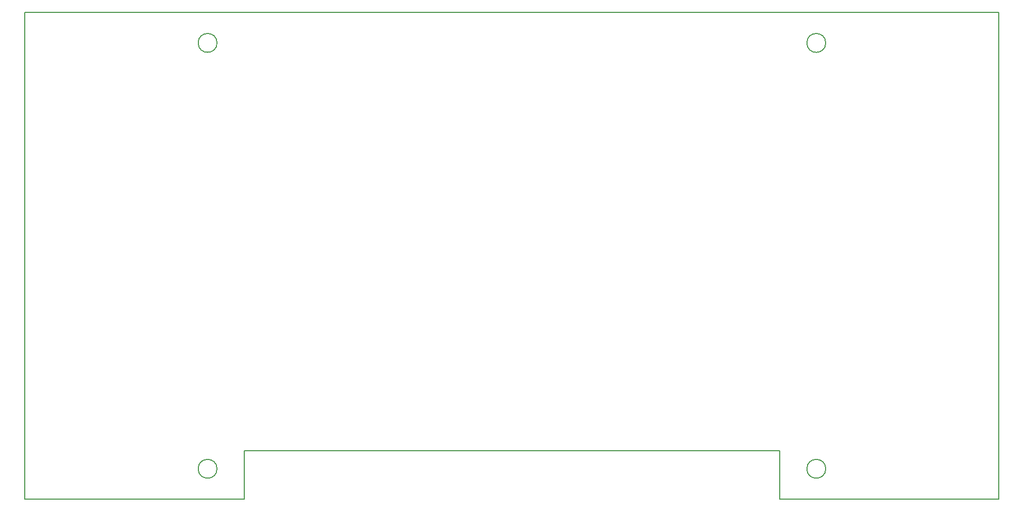
<source format=gm1>
G04*
G04 #@! TF.GenerationSoftware,Altium Limited,Altium Designer,20.0.2 (26)*
G04*
G04 Layer_Color=16711935*
%FSLAX25Y25*%
%MOIN*%
G70*
G01*
G75*
%ADD11C,0.00787*%
D11*
X596654Y177165D02*
G03*
X596654Y177165I-6102J0D01*
G01*
X202953D02*
G03*
X202953Y177165I-6102J0D01*
G01*
Y452756D02*
G03*
X202953Y452756I-6102J0D01*
G01*
X596654D02*
G03*
X596654Y452756I-6102J0D01*
G01*
X708661Y157480D02*
Y472441D01*
X566929Y157480D02*
X708661D01*
X566929D02*
Y188976D01*
X220472D02*
X566929D01*
X220472Y157480D02*
Y188976D01*
X78740Y157480D02*
X220472D01*
X78740D02*
Y472441D01*
X708661D01*
M02*

</source>
